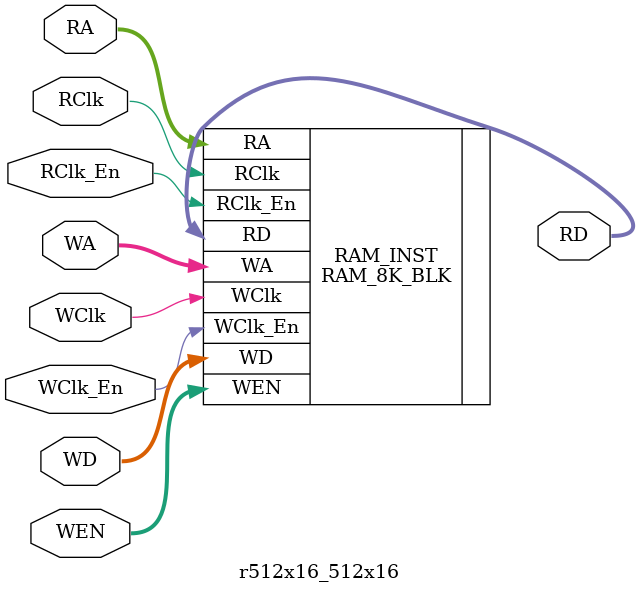
<source format=v>
module r512x16_512x16 (WA,RA,WD,WClk,RClk,WClk_En,RClk_En,WEN,RD);

input [8:0] WA;
input [8:0] RA;
input WClk,RClk;
input WClk_En,RClk_En;
input [1:0] WEN;
input [15:0] WD;
output [15:0] RD;

parameter [16383:0] INIT = 16384'b0;
parameter INIT_FILE="init_512x16.hex";	

parameter addr_int = 9 ;
parameter data_depth_int = 512;
parameter data_width_int = 16;
parameter wr_enable_int = 2;
parameter reg_rd_int = 0;

RAM_8K_BLK #(.addr_int(addr_int),.data_depth_int(data_depth_int),.data_width_int(data_width_int),.wr_enable_int(wr_enable_int),.reg_rd_int(reg_rd_int),
			  .INIT(INIT),.INIT_FILE(INIT_FILE)
			  )
RAM_INST (	.WA(WA),
			.RA(RA),
			.WD(WD),
			.WClk(WClk),
			.RClk(RClk),
			.WClk_En(WClk_En),
			.RClk_En(RClk_En),
			.WEN(WEN),
			.RD(RD)
			);
endmodule


</source>
